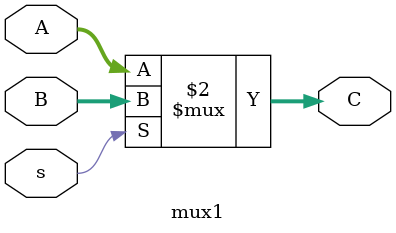
<source format=v>
`timescale 1ns / 1ps


module mux1(
input [31:0]A,
input [31:0]B,
input s,
output [31:0]C
    );
    assign C=(s==1)?(B):(A);
endmodule

</source>
